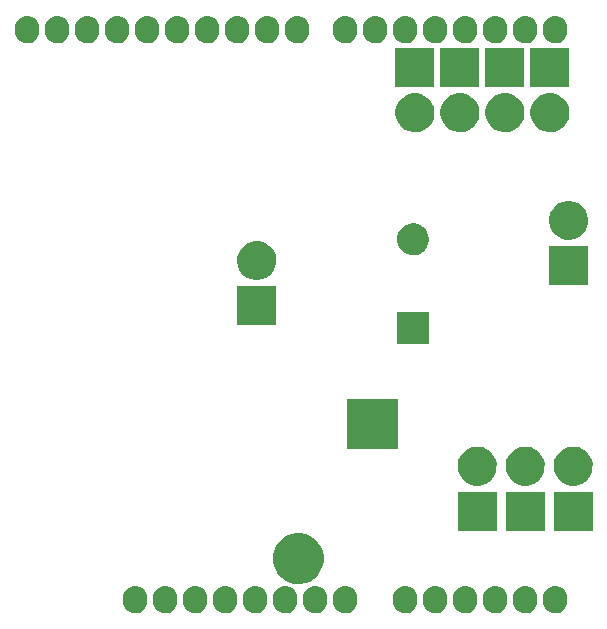
<source format=gbs>
G04 #@! TF.GenerationSoftware,KiCad,Pcbnew,(2017-11-06 revision 9df4ae65e)-makepkg*
G04 #@! TF.CreationDate,2017-12-06T02:01:24-08:00*
G04 #@! TF.ProjectId,MHz_LED_Modulator,4D487A5F4C45445F4D6F64756C61746F,rev?*
G04 #@! TF.SameCoordinates,Original*
G04 #@! TF.FileFunction,Soldermask,Bot*
G04 #@! TF.FilePolarity,Negative*
%FSLAX46Y46*%
G04 Gerber Fmt 4.6, Leading zero omitted, Abs format (unit mm)*
G04 Created by KiCad (PCBNEW (2017-11-06 revision 9df4ae65e)-makepkg) date 12/06/17 02:01:24*
%MOMM*%
%LPD*%
G01*
G04 APERTURE LIST*
%ADD10C,0.100000*%
G04 APERTURE END LIST*
D10*
G36*
X139141763Y-122674053D02*
X139141776Y-122674057D01*
X139141813Y-122674061D01*
X139330786Y-122732558D01*
X139504798Y-122826646D01*
X139657221Y-122952741D01*
X139782249Y-123106040D01*
X139875120Y-123280705D01*
X139932296Y-123470082D01*
X139951600Y-123666958D01*
X139951600Y-123983042D01*
X139951501Y-123997194D01*
X139929450Y-124193781D01*
X139869636Y-124382342D01*
X139774335Y-124555693D01*
X139647179Y-124707232D01*
X139493010Y-124831186D01*
X139317701Y-124922836D01*
X139127930Y-124978688D01*
X139127896Y-124978691D01*
X139127883Y-124978695D01*
X138930926Y-124996620D01*
X138734237Y-124975947D01*
X138734224Y-124975943D01*
X138734187Y-124975939D01*
X138545214Y-124917442D01*
X138371202Y-124823354D01*
X138218779Y-124697259D01*
X138093751Y-124543960D01*
X138000880Y-124369295D01*
X137943704Y-124179918D01*
X137924400Y-123983042D01*
X137924400Y-123666958D01*
X137924499Y-123652806D01*
X137946550Y-123456219D01*
X138006364Y-123267658D01*
X138101665Y-123094307D01*
X138228821Y-122942768D01*
X138382990Y-122818814D01*
X138558299Y-122727164D01*
X138748070Y-122671312D01*
X138748104Y-122671309D01*
X138748117Y-122671305D01*
X138945074Y-122653380D01*
X139141763Y-122674053D01*
X139141763Y-122674053D01*
G37*
G36*
X141681763Y-122674053D02*
X141681776Y-122674057D01*
X141681813Y-122674061D01*
X141870786Y-122732558D01*
X142044798Y-122826646D01*
X142197221Y-122952741D01*
X142322249Y-123106040D01*
X142415120Y-123280705D01*
X142472296Y-123470082D01*
X142491600Y-123666958D01*
X142491600Y-123983042D01*
X142491501Y-123997194D01*
X142469450Y-124193781D01*
X142409636Y-124382342D01*
X142314335Y-124555693D01*
X142187179Y-124707232D01*
X142033010Y-124831186D01*
X141857701Y-124922836D01*
X141667930Y-124978688D01*
X141667896Y-124978691D01*
X141667883Y-124978695D01*
X141470926Y-124996620D01*
X141274237Y-124975947D01*
X141274224Y-124975943D01*
X141274187Y-124975939D01*
X141085214Y-124917442D01*
X140911202Y-124823354D01*
X140758779Y-124697259D01*
X140633751Y-124543960D01*
X140540880Y-124369295D01*
X140483704Y-124179918D01*
X140464400Y-123983042D01*
X140464400Y-123666958D01*
X140464499Y-123652806D01*
X140486550Y-123456219D01*
X140546364Y-123267658D01*
X140641665Y-123094307D01*
X140768821Y-122942768D01*
X140922990Y-122818814D01*
X141098299Y-122727164D01*
X141288070Y-122671312D01*
X141288104Y-122671309D01*
X141288117Y-122671305D01*
X141485074Y-122653380D01*
X141681763Y-122674053D01*
X141681763Y-122674053D01*
G37*
G36*
X156921763Y-122674053D02*
X156921776Y-122674057D01*
X156921813Y-122674061D01*
X157110786Y-122732558D01*
X157284798Y-122826646D01*
X157437221Y-122952741D01*
X157562249Y-123106040D01*
X157655120Y-123280705D01*
X157712296Y-123470082D01*
X157731600Y-123666958D01*
X157731600Y-123983042D01*
X157731501Y-123997194D01*
X157709450Y-124193781D01*
X157649636Y-124382342D01*
X157554335Y-124555693D01*
X157427179Y-124707232D01*
X157273010Y-124831186D01*
X157097701Y-124922836D01*
X156907930Y-124978688D01*
X156907896Y-124978691D01*
X156907883Y-124978695D01*
X156710926Y-124996620D01*
X156514237Y-124975947D01*
X156514224Y-124975943D01*
X156514187Y-124975939D01*
X156325214Y-124917442D01*
X156151202Y-124823354D01*
X155998779Y-124697259D01*
X155873751Y-124543960D01*
X155780880Y-124369295D01*
X155723704Y-124179918D01*
X155704400Y-123983042D01*
X155704400Y-123666958D01*
X155704499Y-123652806D01*
X155726550Y-123456219D01*
X155786364Y-123267658D01*
X155881665Y-123094307D01*
X156008821Y-122942768D01*
X156162990Y-122818814D01*
X156338299Y-122727164D01*
X156528070Y-122671312D01*
X156528104Y-122671309D01*
X156528117Y-122671305D01*
X156725074Y-122653380D01*
X156921763Y-122674053D01*
X156921763Y-122674053D01*
G37*
G36*
X144221763Y-122674053D02*
X144221776Y-122674057D01*
X144221813Y-122674061D01*
X144410786Y-122732558D01*
X144584798Y-122826646D01*
X144737221Y-122952741D01*
X144862249Y-123106040D01*
X144955120Y-123280705D01*
X145012296Y-123470082D01*
X145031600Y-123666958D01*
X145031600Y-123983042D01*
X145031501Y-123997194D01*
X145009450Y-124193781D01*
X144949636Y-124382342D01*
X144854335Y-124555693D01*
X144727179Y-124707232D01*
X144573010Y-124831186D01*
X144397701Y-124922836D01*
X144207930Y-124978688D01*
X144207896Y-124978691D01*
X144207883Y-124978695D01*
X144010926Y-124996620D01*
X143814237Y-124975947D01*
X143814224Y-124975943D01*
X143814187Y-124975939D01*
X143625214Y-124917442D01*
X143451202Y-124823354D01*
X143298779Y-124697259D01*
X143173751Y-124543960D01*
X143080880Y-124369295D01*
X143023704Y-124179918D01*
X143004400Y-123983042D01*
X143004400Y-123666958D01*
X143004499Y-123652806D01*
X143026550Y-123456219D01*
X143086364Y-123267658D01*
X143181665Y-123094307D01*
X143308821Y-122942768D01*
X143462990Y-122818814D01*
X143638299Y-122727164D01*
X143828070Y-122671312D01*
X143828104Y-122671309D01*
X143828117Y-122671305D01*
X144025074Y-122653380D01*
X144221763Y-122674053D01*
X144221763Y-122674053D01*
G37*
G36*
X146761763Y-122674053D02*
X146761776Y-122674057D01*
X146761813Y-122674061D01*
X146950786Y-122732558D01*
X147124798Y-122826646D01*
X147277221Y-122952741D01*
X147402249Y-123106040D01*
X147495120Y-123280705D01*
X147552296Y-123470082D01*
X147571600Y-123666958D01*
X147571600Y-123983042D01*
X147571501Y-123997194D01*
X147549450Y-124193781D01*
X147489636Y-124382342D01*
X147394335Y-124555693D01*
X147267179Y-124707232D01*
X147113010Y-124831186D01*
X146937701Y-124922836D01*
X146747930Y-124978688D01*
X146747896Y-124978691D01*
X146747883Y-124978695D01*
X146550926Y-124996620D01*
X146354237Y-124975947D01*
X146354224Y-124975943D01*
X146354187Y-124975939D01*
X146165214Y-124917442D01*
X145991202Y-124823354D01*
X145838779Y-124697259D01*
X145713751Y-124543960D01*
X145620880Y-124369295D01*
X145563704Y-124179918D01*
X145544400Y-123983042D01*
X145544400Y-123666958D01*
X145544499Y-123652806D01*
X145566550Y-123456219D01*
X145626364Y-123267658D01*
X145721665Y-123094307D01*
X145848821Y-122942768D01*
X146002990Y-122818814D01*
X146178299Y-122727164D01*
X146368070Y-122671312D01*
X146368104Y-122671309D01*
X146368117Y-122671305D01*
X146565074Y-122653380D01*
X146761763Y-122674053D01*
X146761763Y-122674053D01*
G37*
G36*
X149301763Y-122674053D02*
X149301776Y-122674057D01*
X149301813Y-122674061D01*
X149490786Y-122732558D01*
X149664798Y-122826646D01*
X149817221Y-122952741D01*
X149942249Y-123106040D01*
X150035120Y-123280705D01*
X150092296Y-123470082D01*
X150111600Y-123666958D01*
X150111600Y-123983042D01*
X150111501Y-123997194D01*
X150089450Y-124193781D01*
X150029636Y-124382342D01*
X149934335Y-124555693D01*
X149807179Y-124707232D01*
X149653010Y-124831186D01*
X149477701Y-124922836D01*
X149287930Y-124978688D01*
X149287896Y-124978691D01*
X149287883Y-124978695D01*
X149090926Y-124996620D01*
X148894237Y-124975947D01*
X148894224Y-124975943D01*
X148894187Y-124975939D01*
X148705214Y-124917442D01*
X148531202Y-124823354D01*
X148378779Y-124697259D01*
X148253751Y-124543960D01*
X148160880Y-124369295D01*
X148103704Y-124179918D01*
X148084400Y-123983042D01*
X148084400Y-123666958D01*
X148084499Y-123652806D01*
X148106550Y-123456219D01*
X148166364Y-123267658D01*
X148261665Y-123094307D01*
X148388821Y-122942768D01*
X148542990Y-122818814D01*
X148718299Y-122727164D01*
X148908070Y-122671312D01*
X148908104Y-122671309D01*
X148908117Y-122671305D01*
X149105074Y-122653380D01*
X149301763Y-122674053D01*
X149301763Y-122674053D01*
G37*
G36*
X151841763Y-122674053D02*
X151841776Y-122674057D01*
X151841813Y-122674061D01*
X152030786Y-122732558D01*
X152204798Y-122826646D01*
X152357221Y-122952741D01*
X152482249Y-123106040D01*
X152575120Y-123280705D01*
X152632296Y-123470082D01*
X152651600Y-123666958D01*
X152651600Y-123983042D01*
X152651501Y-123997194D01*
X152629450Y-124193781D01*
X152569636Y-124382342D01*
X152474335Y-124555693D01*
X152347179Y-124707232D01*
X152193010Y-124831186D01*
X152017701Y-124922836D01*
X151827930Y-124978688D01*
X151827896Y-124978691D01*
X151827883Y-124978695D01*
X151630926Y-124996620D01*
X151434237Y-124975947D01*
X151434224Y-124975943D01*
X151434187Y-124975939D01*
X151245214Y-124917442D01*
X151071202Y-124823354D01*
X150918779Y-124697259D01*
X150793751Y-124543960D01*
X150700880Y-124369295D01*
X150643704Y-124179918D01*
X150624400Y-123983042D01*
X150624400Y-123666958D01*
X150624499Y-123652806D01*
X150646550Y-123456219D01*
X150706364Y-123267658D01*
X150801665Y-123094307D01*
X150928821Y-122942768D01*
X151082990Y-122818814D01*
X151258299Y-122727164D01*
X151448070Y-122671312D01*
X151448104Y-122671309D01*
X151448117Y-122671305D01*
X151645074Y-122653380D01*
X151841763Y-122674053D01*
X151841763Y-122674053D01*
G37*
G36*
X154381763Y-122674053D02*
X154381776Y-122674057D01*
X154381813Y-122674061D01*
X154570786Y-122732558D01*
X154744798Y-122826646D01*
X154897221Y-122952741D01*
X155022249Y-123106040D01*
X155115120Y-123280705D01*
X155172296Y-123470082D01*
X155191600Y-123666958D01*
X155191600Y-123983042D01*
X155191501Y-123997194D01*
X155169450Y-124193781D01*
X155109636Y-124382342D01*
X155014335Y-124555693D01*
X154887179Y-124707232D01*
X154733010Y-124831186D01*
X154557701Y-124922836D01*
X154367930Y-124978688D01*
X154367896Y-124978691D01*
X154367883Y-124978695D01*
X154170926Y-124996620D01*
X153974237Y-124975947D01*
X153974224Y-124975943D01*
X153974187Y-124975939D01*
X153785214Y-124917442D01*
X153611202Y-124823354D01*
X153458779Y-124697259D01*
X153333751Y-124543960D01*
X153240880Y-124369295D01*
X153183704Y-124179918D01*
X153164400Y-123983042D01*
X153164400Y-123666958D01*
X153164499Y-123652806D01*
X153186550Y-123456219D01*
X153246364Y-123267658D01*
X153341665Y-123094307D01*
X153468821Y-122942768D01*
X153622990Y-122818814D01*
X153798299Y-122727164D01*
X153988070Y-122671312D01*
X153988104Y-122671309D01*
X153988117Y-122671305D01*
X154185074Y-122653380D01*
X154381763Y-122674053D01*
X154381763Y-122674053D01*
G37*
G36*
X164541763Y-122674053D02*
X164541776Y-122674057D01*
X164541813Y-122674061D01*
X164730786Y-122732558D01*
X164904798Y-122826646D01*
X165057221Y-122952741D01*
X165182249Y-123106040D01*
X165275120Y-123280705D01*
X165332296Y-123470082D01*
X165351600Y-123666958D01*
X165351600Y-123983042D01*
X165351501Y-123997194D01*
X165329450Y-124193781D01*
X165269636Y-124382342D01*
X165174335Y-124555693D01*
X165047179Y-124707232D01*
X164893010Y-124831186D01*
X164717701Y-124922836D01*
X164527930Y-124978688D01*
X164527896Y-124978691D01*
X164527883Y-124978695D01*
X164330926Y-124996620D01*
X164134237Y-124975947D01*
X164134224Y-124975943D01*
X164134187Y-124975939D01*
X163945214Y-124917442D01*
X163771202Y-124823354D01*
X163618779Y-124697259D01*
X163493751Y-124543960D01*
X163400880Y-124369295D01*
X163343704Y-124179918D01*
X163324400Y-123983042D01*
X163324400Y-123666958D01*
X163324499Y-123652806D01*
X163346550Y-123456219D01*
X163406364Y-123267658D01*
X163501665Y-123094307D01*
X163628821Y-122942768D01*
X163782990Y-122818814D01*
X163958299Y-122727164D01*
X164148070Y-122671312D01*
X164148104Y-122671309D01*
X164148117Y-122671305D01*
X164345074Y-122653380D01*
X164541763Y-122674053D01*
X164541763Y-122674053D01*
G37*
G36*
X167081763Y-122674053D02*
X167081776Y-122674057D01*
X167081813Y-122674061D01*
X167270786Y-122732558D01*
X167444798Y-122826646D01*
X167597221Y-122952741D01*
X167722249Y-123106040D01*
X167815120Y-123280705D01*
X167872296Y-123470082D01*
X167891600Y-123666958D01*
X167891600Y-123983042D01*
X167891501Y-123997194D01*
X167869450Y-124193781D01*
X167809636Y-124382342D01*
X167714335Y-124555693D01*
X167587179Y-124707232D01*
X167433010Y-124831186D01*
X167257701Y-124922836D01*
X167067930Y-124978688D01*
X167067896Y-124978691D01*
X167067883Y-124978695D01*
X166870926Y-124996620D01*
X166674237Y-124975947D01*
X166674224Y-124975943D01*
X166674187Y-124975939D01*
X166485214Y-124917442D01*
X166311202Y-124823354D01*
X166158779Y-124697259D01*
X166033751Y-124543960D01*
X165940880Y-124369295D01*
X165883704Y-124179918D01*
X165864400Y-123983042D01*
X165864400Y-123666958D01*
X165864499Y-123652806D01*
X165886550Y-123456219D01*
X165946364Y-123267658D01*
X166041665Y-123094307D01*
X166168821Y-122942768D01*
X166322990Y-122818814D01*
X166498299Y-122727164D01*
X166688070Y-122671312D01*
X166688104Y-122671309D01*
X166688117Y-122671305D01*
X166885074Y-122653380D01*
X167081763Y-122674053D01*
X167081763Y-122674053D01*
G37*
G36*
X169621763Y-122674053D02*
X169621776Y-122674057D01*
X169621813Y-122674061D01*
X169810786Y-122732558D01*
X169984798Y-122826646D01*
X170137221Y-122952741D01*
X170262249Y-123106040D01*
X170355120Y-123280705D01*
X170412296Y-123470082D01*
X170431600Y-123666958D01*
X170431600Y-123983042D01*
X170431501Y-123997194D01*
X170409450Y-124193781D01*
X170349636Y-124382342D01*
X170254335Y-124555693D01*
X170127179Y-124707232D01*
X169973010Y-124831186D01*
X169797701Y-124922836D01*
X169607930Y-124978688D01*
X169607896Y-124978691D01*
X169607883Y-124978695D01*
X169410926Y-124996620D01*
X169214237Y-124975947D01*
X169214224Y-124975943D01*
X169214187Y-124975939D01*
X169025214Y-124917442D01*
X168851202Y-124823354D01*
X168698779Y-124697259D01*
X168573751Y-124543960D01*
X168480880Y-124369295D01*
X168423704Y-124179918D01*
X168404400Y-123983042D01*
X168404400Y-123666958D01*
X168404499Y-123652806D01*
X168426550Y-123456219D01*
X168486364Y-123267658D01*
X168581665Y-123094307D01*
X168708821Y-122942768D01*
X168862990Y-122818814D01*
X169038299Y-122727164D01*
X169228070Y-122671312D01*
X169228104Y-122671309D01*
X169228117Y-122671305D01*
X169425074Y-122653380D01*
X169621763Y-122674053D01*
X169621763Y-122674053D01*
G37*
G36*
X172161763Y-122674053D02*
X172161776Y-122674057D01*
X172161813Y-122674061D01*
X172350786Y-122732558D01*
X172524798Y-122826646D01*
X172677221Y-122952741D01*
X172802249Y-123106040D01*
X172895120Y-123280705D01*
X172952296Y-123470082D01*
X172971600Y-123666958D01*
X172971600Y-123983042D01*
X172971501Y-123997194D01*
X172949450Y-124193781D01*
X172889636Y-124382342D01*
X172794335Y-124555693D01*
X172667179Y-124707232D01*
X172513010Y-124831186D01*
X172337701Y-124922836D01*
X172147930Y-124978688D01*
X172147896Y-124978691D01*
X172147883Y-124978695D01*
X171950926Y-124996620D01*
X171754237Y-124975947D01*
X171754224Y-124975943D01*
X171754187Y-124975939D01*
X171565214Y-124917442D01*
X171391202Y-124823354D01*
X171238779Y-124697259D01*
X171113751Y-124543960D01*
X171020880Y-124369295D01*
X170963704Y-124179918D01*
X170944400Y-123983042D01*
X170944400Y-123666958D01*
X170944499Y-123652806D01*
X170966550Y-123456219D01*
X171026364Y-123267658D01*
X171121665Y-123094307D01*
X171248821Y-122942768D01*
X171402990Y-122818814D01*
X171578299Y-122727164D01*
X171768070Y-122671312D01*
X171768104Y-122671309D01*
X171768117Y-122671305D01*
X171965074Y-122653380D01*
X172161763Y-122674053D01*
X172161763Y-122674053D01*
G37*
G36*
X174701763Y-122674053D02*
X174701776Y-122674057D01*
X174701813Y-122674061D01*
X174890786Y-122732558D01*
X175064798Y-122826646D01*
X175217221Y-122952741D01*
X175342249Y-123106040D01*
X175435120Y-123280705D01*
X175492296Y-123470082D01*
X175511600Y-123666958D01*
X175511600Y-123983042D01*
X175511501Y-123997194D01*
X175489450Y-124193781D01*
X175429636Y-124382342D01*
X175334335Y-124555693D01*
X175207179Y-124707232D01*
X175053010Y-124831186D01*
X174877701Y-124922836D01*
X174687930Y-124978688D01*
X174687896Y-124978691D01*
X174687883Y-124978695D01*
X174490926Y-124996620D01*
X174294237Y-124975947D01*
X174294224Y-124975943D01*
X174294187Y-124975939D01*
X174105214Y-124917442D01*
X173931202Y-124823354D01*
X173778779Y-124697259D01*
X173653751Y-124543960D01*
X173560880Y-124369295D01*
X173503704Y-124179918D01*
X173484400Y-123983042D01*
X173484400Y-123666958D01*
X173484499Y-123652806D01*
X173506550Y-123456219D01*
X173566364Y-123267658D01*
X173661665Y-123094307D01*
X173788821Y-122942768D01*
X173942990Y-122818814D01*
X174118299Y-122727164D01*
X174308070Y-122671312D01*
X174308104Y-122671309D01*
X174308117Y-122671305D01*
X174505074Y-122653380D01*
X174701763Y-122674053D01*
X174701763Y-122674053D01*
G37*
G36*
X162001763Y-122674053D02*
X162001776Y-122674057D01*
X162001813Y-122674061D01*
X162190786Y-122732558D01*
X162364798Y-122826646D01*
X162517221Y-122952741D01*
X162642249Y-123106040D01*
X162735120Y-123280705D01*
X162792296Y-123470082D01*
X162811600Y-123666958D01*
X162811600Y-123983042D01*
X162811501Y-123997194D01*
X162789450Y-124193781D01*
X162729636Y-124382342D01*
X162634335Y-124555693D01*
X162507179Y-124707232D01*
X162353010Y-124831186D01*
X162177701Y-124922836D01*
X161987930Y-124978688D01*
X161987896Y-124978691D01*
X161987883Y-124978695D01*
X161790926Y-124996620D01*
X161594237Y-124975947D01*
X161594224Y-124975943D01*
X161594187Y-124975939D01*
X161405214Y-124917442D01*
X161231202Y-124823354D01*
X161078779Y-124697259D01*
X160953751Y-124543960D01*
X160860880Y-124369295D01*
X160803704Y-124179918D01*
X160784400Y-123983042D01*
X160784400Y-123666958D01*
X160784499Y-123652806D01*
X160806550Y-123456219D01*
X160866364Y-123267658D01*
X160961665Y-123094307D01*
X161088821Y-122942768D01*
X161242990Y-122818814D01*
X161418299Y-122727164D01*
X161608070Y-122671312D01*
X161608104Y-122671309D01*
X161608117Y-122671305D01*
X161805074Y-122653380D01*
X162001763Y-122674053D01*
X162001763Y-122674053D01*
G37*
G36*
X152981450Y-118221781D02*
X153394525Y-118306573D01*
X153783259Y-118469981D01*
X154132853Y-118705785D01*
X154429990Y-119005004D01*
X154663347Y-119356234D01*
X154824038Y-119746100D01*
X154905876Y-120159413D01*
X154905876Y-120159423D01*
X154905942Y-120159757D01*
X154899217Y-120641402D01*
X154899140Y-120641740D01*
X154899140Y-120641748D01*
X154805796Y-121052607D01*
X154634280Y-121437838D01*
X154391207Y-121782416D01*
X154085829Y-122073223D01*
X153729792Y-122299170D01*
X153336643Y-122451664D01*
X152921366Y-122524888D01*
X152499772Y-122516057D01*
X152087917Y-122425505D01*
X151701503Y-122256685D01*
X151355236Y-122016023D01*
X151062306Y-121712685D01*
X150833878Y-121358234D01*
X150678644Y-120966160D01*
X150602521Y-120551396D01*
X150608409Y-120129753D01*
X150696082Y-119717285D01*
X150862203Y-119329696D01*
X151100441Y-118981757D01*
X151401726Y-118686717D01*
X151754577Y-118455818D01*
X152145557Y-118297852D01*
X152559771Y-118218836D01*
X152981450Y-118221781D01*
X152981450Y-118221781D01*
G37*
G36*
X177671870Y-117981870D02*
X174372130Y-117981870D01*
X174372130Y-114682130D01*
X177671870Y-114682130D01*
X177671870Y-117981870D01*
X177671870Y-117981870D01*
G37*
G36*
X169543870Y-117981870D02*
X166244130Y-117981870D01*
X166244130Y-114682130D01*
X169543870Y-114682130D01*
X169543870Y-117981870D01*
X169543870Y-117981870D01*
G37*
G36*
X173607870Y-117981870D02*
X170308130Y-117981870D01*
X170308130Y-114682130D01*
X173607870Y-114682130D01*
X173607870Y-117981870D01*
X173607870Y-117981870D01*
G37*
G36*
X176195293Y-110873227D02*
X176512242Y-110938288D01*
X176810514Y-111063670D01*
X177078756Y-111244600D01*
X177306747Y-111474189D01*
X177485800Y-111743685D01*
X177609097Y-112042825D01*
X177671875Y-112359878D01*
X177671875Y-112359888D01*
X177671941Y-112360222D01*
X177666780Y-112729784D01*
X177666704Y-112730118D01*
X177666704Y-112730130D01*
X177595100Y-113045299D01*
X177463497Y-113340884D01*
X177276989Y-113605275D01*
X177042674Y-113828410D01*
X176769491Y-114001777D01*
X176467830Y-114118785D01*
X176149191Y-114174969D01*
X175825706Y-114168193D01*
X175509691Y-114098713D01*
X175213199Y-113969179D01*
X174947512Y-113784521D01*
X174722748Y-113551771D01*
X174547477Y-113279805D01*
X174428368Y-112978969D01*
X174369959Y-112660723D01*
X174374477Y-112337199D01*
X174441747Y-112020717D01*
X174569211Y-111723322D01*
X174752009Y-111456352D01*
X174983183Y-111229969D01*
X175253922Y-111052802D01*
X175553919Y-110931596D01*
X175871741Y-110870968D01*
X176195293Y-110873227D01*
X176195293Y-110873227D01*
G37*
G36*
X168067293Y-110873227D02*
X168384242Y-110938288D01*
X168682514Y-111063670D01*
X168950756Y-111244600D01*
X169178747Y-111474189D01*
X169357800Y-111743685D01*
X169481097Y-112042825D01*
X169543875Y-112359878D01*
X169543875Y-112359888D01*
X169543941Y-112360222D01*
X169538780Y-112729784D01*
X169538704Y-112730118D01*
X169538704Y-112730130D01*
X169467100Y-113045299D01*
X169335497Y-113340884D01*
X169148989Y-113605275D01*
X168914674Y-113828410D01*
X168641491Y-114001777D01*
X168339830Y-114118785D01*
X168021191Y-114174969D01*
X167697706Y-114168193D01*
X167381691Y-114098713D01*
X167085199Y-113969179D01*
X166819512Y-113784521D01*
X166594748Y-113551771D01*
X166419477Y-113279805D01*
X166300368Y-112978969D01*
X166241959Y-112660723D01*
X166246477Y-112337199D01*
X166313747Y-112020717D01*
X166441211Y-111723322D01*
X166624009Y-111456352D01*
X166855183Y-111229969D01*
X167125922Y-111052802D01*
X167425919Y-110931596D01*
X167743741Y-110870968D01*
X168067293Y-110873227D01*
X168067293Y-110873227D01*
G37*
G36*
X172131293Y-110873227D02*
X172448242Y-110938288D01*
X172746514Y-111063670D01*
X173014756Y-111244600D01*
X173242747Y-111474189D01*
X173421800Y-111743685D01*
X173545097Y-112042825D01*
X173607875Y-112359878D01*
X173607875Y-112359888D01*
X173607941Y-112360222D01*
X173602780Y-112729784D01*
X173602704Y-112730118D01*
X173602704Y-112730130D01*
X173531100Y-113045299D01*
X173399497Y-113340884D01*
X173212989Y-113605275D01*
X172978674Y-113828410D01*
X172705491Y-114001777D01*
X172403830Y-114118785D01*
X172085191Y-114174969D01*
X171761706Y-114168193D01*
X171445691Y-114098713D01*
X171149199Y-113969179D01*
X170883512Y-113784521D01*
X170658748Y-113551771D01*
X170483477Y-113279805D01*
X170364368Y-112978969D01*
X170305959Y-112660723D01*
X170310477Y-112337199D01*
X170377747Y-112020717D01*
X170505211Y-111723322D01*
X170688009Y-111456352D01*
X170919183Y-111229969D01*
X171189922Y-111052802D01*
X171489919Y-110931596D01*
X171807741Y-110870968D01*
X172131293Y-110873227D01*
X172131293Y-110873227D01*
G37*
G36*
X161179650Y-111116250D02*
X156879150Y-111116250D01*
X156879150Y-106815750D01*
X161179650Y-106815750D01*
X161179650Y-111116250D01*
X161179650Y-111116250D01*
G37*
G36*
X163833800Y-102162600D02*
X161133800Y-102162600D01*
X161133800Y-99462600D01*
X163833800Y-99462600D01*
X163833800Y-102162600D01*
X163833800Y-102162600D01*
G37*
G36*
X150900270Y-100582870D02*
X147600530Y-100582870D01*
X147600530Y-97283130D01*
X150900270Y-97283130D01*
X150900270Y-100582870D01*
X150900270Y-100582870D01*
G37*
G36*
X177290870Y-97179270D02*
X173991130Y-97179270D01*
X173991130Y-93879530D01*
X177290870Y-93879530D01*
X177290870Y-97179270D01*
X177290870Y-97179270D01*
G37*
G36*
X149423693Y-93474227D02*
X149740642Y-93539288D01*
X150038914Y-93664670D01*
X150307156Y-93845600D01*
X150535147Y-94075189D01*
X150714200Y-94344685D01*
X150837497Y-94643825D01*
X150900275Y-94960878D01*
X150900275Y-94960888D01*
X150900341Y-94961222D01*
X150895180Y-95330784D01*
X150895104Y-95331118D01*
X150895104Y-95331130D01*
X150823500Y-95646299D01*
X150691897Y-95941884D01*
X150505389Y-96206275D01*
X150271074Y-96429410D01*
X149997891Y-96602777D01*
X149696230Y-96719785D01*
X149377591Y-96775969D01*
X149054106Y-96769193D01*
X148738091Y-96699713D01*
X148441599Y-96570179D01*
X148175912Y-96385521D01*
X147951148Y-96152771D01*
X147775877Y-95880805D01*
X147656768Y-95579969D01*
X147598359Y-95261723D01*
X147602877Y-94938199D01*
X147670147Y-94621717D01*
X147797611Y-94324322D01*
X147980409Y-94057352D01*
X148211583Y-93830969D01*
X148482322Y-93653802D01*
X148782319Y-93532596D01*
X149100141Y-93471968D01*
X149423693Y-93474227D01*
X149423693Y-93474227D01*
G37*
G36*
X162625596Y-91963497D02*
X162884939Y-92016733D01*
X163128999Y-92119326D01*
X163348486Y-92267372D01*
X163535040Y-92455233D01*
X163681551Y-92675749D01*
X163782435Y-92920515D01*
X163833792Y-93179882D01*
X163833792Y-93179892D01*
X163833858Y-93180226D01*
X163829635Y-93482619D01*
X163829559Y-93482953D01*
X163829559Y-93482965D01*
X163770984Y-93740787D01*
X163663300Y-93982649D01*
X163510691Y-94198986D01*
X163318963Y-94381566D01*
X163095432Y-94523423D01*
X162848598Y-94619164D01*
X162587874Y-94665136D01*
X162323183Y-94659592D01*
X162064606Y-94602740D01*
X161822001Y-94496748D01*
X161604604Y-94345653D01*
X161420691Y-94155207D01*
X161277277Y-93932671D01*
X161179816Y-93686513D01*
X161132023Y-93426109D01*
X161135720Y-93161387D01*
X161190763Y-92902427D01*
X161295061Y-92659084D01*
X161444635Y-92440637D01*
X161633792Y-92255400D01*
X161855323Y-92110434D01*
X162100794Y-92011257D01*
X162360850Y-91961649D01*
X162625596Y-91963497D01*
X162625596Y-91963497D01*
G37*
G36*
X175814293Y-90070627D02*
X176131242Y-90135688D01*
X176429514Y-90261070D01*
X176697756Y-90442000D01*
X176925747Y-90671589D01*
X177104800Y-90941085D01*
X177228097Y-91240225D01*
X177290875Y-91557278D01*
X177290875Y-91557288D01*
X177290941Y-91557622D01*
X177285780Y-91927184D01*
X177285704Y-91927518D01*
X177285704Y-91927530D01*
X177214100Y-92242699D01*
X177082497Y-92538284D01*
X176895989Y-92802675D01*
X176661674Y-93025810D01*
X176388491Y-93199177D01*
X176086830Y-93316185D01*
X175768191Y-93372369D01*
X175444706Y-93365593D01*
X175128691Y-93296113D01*
X174832199Y-93166579D01*
X174566512Y-92981921D01*
X174341748Y-92749171D01*
X174166477Y-92477205D01*
X174047368Y-92176369D01*
X173988959Y-91858123D01*
X173993477Y-91534599D01*
X174060747Y-91218117D01*
X174188211Y-90920722D01*
X174371009Y-90653752D01*
X174602183Y-90427369D01*
X174872922Y-90250202D01*
X175172919Y-90128996D01*
X175490741Y-90068368D01*
X175814293Y-90070627D01*
X175814293Y-90070627D01*
G37*
G36*
X162809493Y-80964727D02*
X163126442Y-81029788D01*
X163424714Y-81155170D01*
X163692956Y-81336100D01*
X163920947Y-81565689D01*
X164100000Y-81835185D01*
X164223297Y-82134325D01*
X164286075Y-82451378D01*
X164286075Y-82451388D01*
X164286141Y-82451722D01*
X164280980Y-82821284D01*
X164280904Y-82821618D01*
X164280904Y-82821630D01*
X164209300Y-83136799D01*
X164077697Y-83432384D01*
X163891189Y-83696775D01*
X163656874Y-83919910D01*
X163383691Y-84093277D01*
X163082030Y-84210285D01*
X162763391Y-84266469D01*
X162439906Y-84259693D01*
X162123891Y-84190213D01*
X161827399Y-84060679D01*
X161561712Y-83876021D01*
X161336948Y-83643271D01*
X161161677Y-83371305D01*
X161042568Y-83070469D01*
X160984159Y-82752223D01*
X160988677Y-82428699D01*
X161055947Y-82112217D01*
X161183411Y-81814822D01*
X161366209Y-81547852D01*
X161597383Y-81321469D01*
X161868122Y-81144302D01*
X162168119Y-81023096D01*
X162485941Y-80962468D01*
X162809493Y-80964727D01*
X162809493Y-80964727D01*
G37*
G36*
X166619493Y-80952027D02*
X166936442Y-81017088D01*
X167234714Y-81142470D01*
X167502956Y-81323400D01*
X167730947Y-81552989D01*
X167910000Y-81822485D01*
X168033297Y-82121625D01*
X168096075Y-82438678D01*
X168096075Y-82438688D01*
X168096141Y-82439022D01*
X168090980Y-82808584D01*
X168090904Y-82808918D01*
X168090904Y-82808930D01*
X168019300Y-83124099D01*
X167887697Y-83419684D01*
X167701189Y-83684075D01*
X167466874Y-83907210D01*
X167193691Y-84080577D01*
X166892030Y-84197585D01*
X166573391Y-84253769D01*
X166249906Y-84246993D01*
X165933891Y-84177513D01*
X165637399Y-84047979D01*
X165371712Y-83863321D01*
X165146948Y-83630571D01*
X164971677Y-83358605D01*
X164852568Y-83057769D01*
X164794159Y-82739523D01*
X164798677Y-82415999D01*
X164865947Y-82099517D01*
X164993411Y-81802122D01*
X165176209Y-81535152D01*
X165407383Y-81308769D01*
X165678122Y-81131602D01*
X165978119Y-81010396D01*
X166295941Y-80949768D01*
X166619493Y-80952027D01*
X166619493Y-80952027D01*
G37*
G36*
X174239493Y-80952027D02*
X174556442Y-81017088D01*
X174854714Y-81142470D01*
X175122956Y-81323400D01*
X175350947Y-81552989D01*
X175530000Y-81822485D01*
X175653297Y-82121625D01*
X175716075Y-82438678D01*
X175716075Y-82438688D01*
X175716141Y-82439022D01*
X175710980Y-82808584D01*
X175710904Y-82808918D01*
X175710904Y-82808930D01*
X175639300Y-83124099D01*
X175507697Y-83419684D01*
X175321189Y-83684075D01*
X175086874Y-83907210D01*
X174813691Y-84080577D01*
X174512030Y-84197585D01*
X174193391Y-84253769D01*
X173869906Y-84246993D01*
X173553891Y-84177513D01*
X173257399Y-84047979D01*
X172991712Y-83863321D01*
X172766948Y-83630571D01*
X172591677Y-83358605D01*
X172472568Y-83057769D01*
X172414159Y-82739523D01*
X172418677Y-82415999D01*
X172485947Y-82099517D01*
X172613411Y-81802122D01*
X172796209Y-81535152D01*
X173027383Y-81308769D01*
X173298122Y-81131602D01*
X173598119Y-81010396D01*
X173915941Y-80949768D01*
X174239493Y-80952027D01*
X174239493Y-80952027D01*
G37*
G36*
X170429493Y-80952027D02*
X170746442Y-81017088D01*
X171044714Y-81142470D01*
X171312956Y-81323400D01*
X171540947Y-81552989D01*
X171720000Y-81822485D01*
X171843297Y-82121625D01*
X171906075Y-82438678D01*
X171906075Y-82438688D01*
X171906141Y-82439022D01*
X171900980Y-82808584D01*
X171900904Y-82808918D01*
X171900904Y-82808930D01*
X171829300Y-83124099D01*
X171697697Y-83419684D01*
X171511189Y-83684075D01*
X171276874Y-83907210D01*
X171003691Y-84080577D01*
X170702030Y-84197585D01*
X170383391Y-84253769D01*
X170059906Y-84246993D01*
X169743891Y-84177513D01*
X169447399Y-84047979D01*
X169181712Y-83863321D01*
X168956948Y-83630571D01*
X168781677Y-83358605D01*
X168662568Y-83057769D01*
X168604159Y-82739523D01*
X168608677Y-82415999D01*
X168675947Y-82099517D01*
X168803411Y-81802122D01*
X168986209Y-81535152D01*
X169217383Y-81308769D01*
X169488122Y-81131602D01*
X169788119Y-81010396D01*
X170105941Y-80949768D01*
X170429493Y-80952027D01*
X170429493Y-80952027D01*
G37*
G36*
X164286070Y-80453370D02*
X160986330Y-80453370D01*
X160986330Y-77153630D01*
X164286070Y-77153630D01*
X164286070Y-80453370D01*
X164286070Y-80453370D01*
G37*
G36*
X168096070Y-80440670D02*
X164796330Y-80440670D01*
X164796330Y-77140930D01*
X168096070Y-77140930D01*
X168096070Y-80440670D01*
X168096070Y-80440670D01*
G37*
G36*
X171906070Y-80440670D02*
X168606330Y-80440670D01*
X168606330Y-77140930D01*
X171906070Y-77140930D01*
X171906070Y-80440670D01*
X171906070Y-80440670D01*
G37*
G36*
X175716070Y-80440670D02*
X172416330Y-80440670D01*
X172416330Y-77140930D01*
X175716070Y-77140930D01*
X175716070Y-80440670D01*
X175716070Y-80440670D01*
G37*
G36*
X159461763Y-74414053D02*
X159461776Y-74414057D01*
X159461813Y-74414061D01*
X159650786Y-74472558D01*
X159824798Y-74566646D01*
X159977221Y-74692741D01*
X160102249Y-74846040D01*
X160195120Y-75020705D01*
X160252296Y-75210082D01*
X160271600Y-75406958D01*
X160271600Y-75723042D01*
X160271501Y-75737194D01*
X160249450Y-75933781D01*
X160189636Y-76122342D01*
X160094335Y-76295693D01*
X159967179Y-76447232D01*
X159813010Y-76571186D01*
X159637701Y-76662836D01*
X159447930Y-76718688D01*
X159447896Y-76718691D01*
X159447883Y-76718695D01*
X159250926Y-76736620D01*
X159054237Y-76715947D01*
X159054224Y-76715943D01*
X159054187Y-76715939D01*
X158865214Y-76657442D01*
X158691202Y-76563354D01*
X158538779Y-76437259D01*
X158413751Y-76283960D01*
X158320880Y-76109295D01*
X158263704Y-75919918D01*
X158244400Y-75723042D01*
X158244400Y-75406958D01*
X158244499Y-75392806D01*
X158266550Y-75196219D01*
X158326364Y-75007658D01*
X158421665Y-74834307D01*
X158548821Y-74682768D01*
X158702990Y-74558814D01*
X158878299Y-74467164D01*
X159068070Y-74411312D01*
X159068104Y-74411309D01*
X159068117Y-74411305D01*
X159265074Y-74393380D01*
X159461763Y-74414053D01*
X159461763Y-74414053D01*
G37*
G36*
X156921763Y-74414053D02*
X156921776Y-74414057D01*
X156921813Y-74414061D01*
X157110786Y-74472558D01*
X157284798Y-74566646D01*
X157437221Y-74692741D01*
X157562249Y-74846040D01*
X157655120Y-75020705D01*
X157712296Y-75210082D01*
X157731600Y-75406958D01*
X157731600Y-75723042D01*
X157731501Y-75737194D01*
X157709450Y-75933781D01*
X157649636Y-76122342D01*
X157554335Y-76295693D01*
X157427179Y-76447232D01*
X157273010Y-76571186D01*
X157097701Y-76662836D01*
X156907930Y-76718688D01*
X156907896Y-76718691D01*
X156907883Y-76718695D01*
X156710926Y-76736620D01*
X156514237Y-76715947D01*
X156514224Y-76715943D01*
X156514187Y-76715939D01*
X156325214Y-76657442D01*
X156151202Y-76563354D01*
X155998779Y-76437259D01*
X155873751Y-76283960D01*
X155780880Y-76109295D01*
X155723704Y-75919918D01*
X155704400Y-75723042D01*
X155704400Y-75406958D01*
X155704499Y-75392806D01*
X155726550Y-75196219D01*
X155786364Y-75007658D01*
X155881665Y-74834307D01*
X156008821Y-74682768D01*
X156162990Y-74558814D01*
X156338299Y-74467164D01*
X156528070Y-74411312D01*
X156528104Y-74411309D01*
X156528117Y-74411305D01*
X156725074Y-74393380D01*
X156921763Y-74414053D01*
X156921763Y-74414053D01*
G37*
G36*
X129997763Y-74414053D02*
X129997776Y-74414057D01*
X129997813Y-74414061D01*
X130186786Y-74472558D01*
X130360798Y-74566646D01*
X130513221Y-74692741D01*
X130638249Y-74846040D01*
X130731120Y-75020705D01*
X130788296Y-75210082D01*
X130807600Y-75406958D01*
X130807600Y-75723042D01*
X130807501Y-75737194D01*
X130785450Y-75933781D01*
X130725636Y-76122342D01*
X130630335Y-76295693D01*
X130503179Y-76447232D01*
X130349010Y-76571186D01*
X130173701Y-76662836D01*
X129983930Y-76718688D01*
X129983896Y-76718691D01*
X129983883Y-76718695D01*
X129786926Y-76736620D01*
X129590237Y-76715947D01*
X129590224Y-76715943D01*
X129590187Y-76715939D01*
X129401214Y-76657442D01*
X129227202Y-76563354D01*
X129074779Y-76437259D01*
X128949751Y-76283960D01*
X128856880Y-76109295D01*
X128799704Y-75919918D01*
X128780400Y-75723042D01*
X128780400Y-75406958D01*
X128780499Y-75392806D01*
X128802550Y-75196219D01*
X128862364Y-75007658D01*
X128957665Y-74834307D01*
X129084821Y-74682768D01*
X129238990Y-74558814D01*
X129414299Y-74467164D01*
X129604070Y-74411312D01*
X129604104Y-74411309D01*
X129604117Y-74411305D01*
X129801074Y-74393380D01*
X129997763Y-74414053D01*
X129997763Y-74414053D01*
G37*
G36*
X150317763Y-74414053D02*
X150317776Y-74414057D01*
X150317813Y-74414061D01*
X150506786Y-74472558D01*
X150680798Y-74566646D01*
X150833221Y-74692741D01*
X150958249Y-74846040D01*
X151051120Y-75020705D01*
X151108296Y-75210082D01*
X151127600Y-75406958D01*
X151127600Y-75723042D01*
X151127501Y-75737194D01*
X151105450Y-75933781D01*
X151045636Y-76122342D01*
X150950335Y-76295693D01*
X150823179Y-76447232D01*
X150669010Y-76571186D01*
X150493701Y-76662836D01*
X150303930Y-76718688D01*
X150303896Y-76718691D01*
X150303883Y-76718695D01*
X150106926Y-76736620D01*
X149910237Y-76715947D01*
X149910224Y-76715943D01*
X149910187Y-76715939D01*
X149721214Y-76657442D01*
X149547202Y-76563354D01*
X149394779Y-76437259D01*
X149269751Y-76283960D01*
X149176880Y-76109295D01*
X149119704Y-75919918D01*
X149100400Y-75723042D01*
X149100400Y-75406958D01*
X149100499Y-75392806D01*
X149122550Y-75196219D01*
X149182364Y-75007658D01*
X149277665Y-74834307D01*
X149404821Y-74682768D01*
X149558990Y-74558814D01*
X149734299Y-74467164D01*
X149924070Y-74411312D01*
X149924104Y-74411309D01*
X149924117Y-74411305D01*
X150121074Y-74393380D01*
X150317763Y-74414053D01*
X150317763Y-74414053D01*
G37*
G36*
X147777763Y-74414053D02*
X147777776Y-74414057D01*
X147777813Y-74414061D01*
X147966786Y-74472558D01*
X148140798Y-74566646D01*
X148293221Y-74692741D01*
X148418249Y-74846040D01*
X148511120Y-75020705D01*
X148568296Y-75210082D01*
X148587600Y-75406958D01*
X148587600Y-75723042D01*
X148587501Y-75737194D01*
X148565450Y-75933781D01*
X148505636Y-76122342D01*
X148410335Y-76295693D01*
X148283179Y-76447232D01*
X148129010Y-76571186D01*
X147953701Y-76662836D01*
X147763930Y-76718688D01*
X147763896Y-76718691D01*
X147763883Y-76718695D01*
X147566926Y-76736620D01*
X147370237Y-76715947D01*
X147370224Y-76715943D01*
X147370187Y-76715939D01*
X147181214Y-76657442D01*
X147007202Y-76563354D01*
X146854779Y-76437259D01*
X146729751Y-76283960D01*
X146636880Y-76109295D01*
X146579704Y-75919918D01*
X146560400Y-75723042D01*
X146560400Y-75406958D01*
X146560499Y-75392806D01*
X146582550Y-75196219D01*
X146642364Y-75007658D01*
X146737665Y-74834307D01*
X146864821Y-74682768D01*
X147018990Y-74558814D01*
X147194299Y-74467164D01*
X147384070Y-74411312D01*
X147384104Y-74411309D01*
X147384117Y-74411305D01*
X147581074Y-74393380D01*
X147777763Y-74414053D01*
X147777763Y-74414053D01*
G37*
G36*
X145237763Y-74414053D02*
X145237776Y-74414057D01*
X145237813Y-74414061D01*
X145426786Y-74472558D01*
X145600798Y-74566646D01*
X145753221Y-74692741D01*
X145878249Y-74846040D01*
X145971120Y-75020705D01*
X146028296Y-75210082D01*
X146047600Y-75406958D01*
X146047600Y-75723042D01*
X146047501Y-75737194D01*
X146025450Y-75933781D01*
X145965636Y-76122342D01*
X145870335Y-76295693D01*
X145743179Y-76447232D01*
X145589010Y-76571186D01*
X145413701Y-76662836D01*
X145223930Y-76718688D01*
X145223896Y-76718691D01*
X145223883Y-76718695D01*
X145026926Y-76736620D01*
X144830237Y-76715947D01*
X144830224Y-76715943D01*
X144830187Y-76715939D01*
X144641214Y-76657442D01*
X144467202Y-76563354D01*
X144314779Y-76437259D01*
X144189751Y-76283960D01*
X144096880Y-76109295D01*
X144039704Y-75919918D01*
X144020400Y-75723042D01*
X144020400Y-75406958D01*
X144020499Y-75392806D01*
X144042550Y-75196219D01*
X144102364Y-75007658D01*
X144197665Y-74834307D01*
X144324821Y-74682768D01*
X144478990Y-74558814D01*
X144654299Y-74467164D01*
X144844070Y-74411312D01*
X144844104Y-74411309D01*
X144844117Y-74411305D01*
X145041074Y-74393380D01*
X145237763Y-74414053D01*
X145237763Y-74414053D01*
G37*
G36*
X142697763Y-74414053D02*
X142697776Y-74414057D01*
X142697813Y-74414061D01*
X142886786Y-74472558D01*
X143060798Y-74566646D01*
X143213221Y-74692741D01*
X143338249Y-74846040D01*
X143431120Y-75020705D01*
X143488296Y-75210082D01*
X143507600Y-75406958D01*
X143507600Y-75723042D01*
X143507501Y-75737194D01*
X143485450Y-75933781D01*
X143425636Y-76122342D01*
X143330335Y-76295693D01*
X143203179Y-76447232D01*
X143049010Y-76571186D01*
X142873701Y-76662836D01*
X142683930Y-76718688D01*
X142683896Y-76718691D01*
X142683883Y-76718695D01*
X142486926Y-76736620D01*
X142290237Y-76715947D01*
X142290224Y-76715943D01*
X142290187Y-76715939D01*
X142101214Y-76657442D01*
X141927202Y-76563354D01*
X141774779Y-76437259D01*
X141649751Y-76283960D01*
X141556880Y-76109295D01*
X141499704Y-75919918D01*
X141480400Y-75723042D01*
X141480400Y-75406958D01*
X141480499Y-75392806D01*
X141502550Y-75196219D01*
X141562364Y-75007658D01*
X141657665Y-74834307D01*
X141784821Y-74682768D01*
X141938990Y-74558814D01*
X142114299Y-74467164D01*
X142304070Y-74411312D01*
X142304104Y-74411309D01*
X142304117Y-74411305D01*
X142501074Y-74393380D01*
X142697763Y-74414053D01*
X142697763Y-74414053D01*
G37*
G36*
X140157763Y-74414053D02*
X140157776Y-74414057D01*
X140157813Y-74414061D01*
X140346786Y-74472558D01*
X140520798Y-74566646D01*
X140673221Y-74692741D01*
X140798249Y-74846040D01*
X140891120Y-75020705D01*
X140948296Y-75210082D01*
X140967600Y-75406958D01*
X140967600Y-75723042D01*
X140967501Y-75737194D01*
X140945450Y-75933781D01*
X140885636Y-76122342D01*
X140790335Y-76295693D01*
X140663179Y-76447232D01*
X140509010Y-76571186D01*
X140333701Y-76662836D01*
X140143930Y-76718688D01*
X140143896Y-76718691D01*
X140143883Y-76718695D01*
X139946926Y-76736620D01*
X139750237Y-76715947D01*
X139750224Y-76715943D01*
X139750187Y-76715939D01*
X139561214Y-76657442D01*
X139387202Y-76563354D01*
X139234779Y-76437259D01*
X139109751Y-76283960D01*
X139016880Y-76109295D01*
X138959704Y-75919918D01*
X138940400Y-75723042D01*
X138940400Y-75406958D01*
X138940499Y-75392806D01*
X138962550Y-75196219D01*
X139022364Y-75007658D01*
X139117665Y-74834307D01*
X139244821Y-74682768D01*
X139398990Y-74558814D01*
X139574299Y-74467164D01*
X139764070Y-74411312D01*
X139764104Y-74411309D01*
X139764117Y-74411305D01*
X139961074Y-74393380D01*
X140157763Y-74414053D01*
X140157763Y-74414053D01*
G37*
G36*
X137617763Y-74414053D02*
X137617776Y-74414057D01*
X137617813Y-74414061D01*
X137806786Y-74472558D01*
X137980798Y-74566646D01*
X138133221Y-74692741D01*
X138258249Y-74846040D01*
X138351120Y-75020705D01*
X138408296Y-75210082D01*
X138427600Y-75406958D01*
X138427600Y-75723042D01*
X138427501Y-75737194D01*
X138405450Y-75933781D01*
X138345636Y-76122342D01*
X138250335Y-76295693D01*
X138123179Y-76447232D01*
X137969010Y-76571186D01*
X137793701Y-76662836D01*
X137603930Y-76718688D01*
X137603896Y-76718691D01*
X137603883Y-76718695D01*
X137406926Y-76736620D01*
X137210237Y-76715947D01*
X137210224Y-76715943D01*
X137210187Y-76715939D01*
X137021214Y-76657442D01*
X136847202Y-76563354D01*
X136694779Y-76437259D01*
X136569751Y-76283960D01*
X136476880Y-76109295D01*
X136419704Y-75919918D01*
X136400400Y-75723042D01*
X136400400Y-75406958D01*
X136400499Y-75392806D01*
X136422550Y-75196219D01*
X136482364Y-75007658D01*
X136577665Y-74834307D01*
X136704821Y-74682768D01*
X136858990Y-74558814D01*
X137034299Y-74467164D01*
X137224070Y-74411312D01*
X137224104Y-74411309D01*
X137224117Y-74411305D01*
X137421074Y-74393380D01*
X137617763Y-74414053D01*
X137617763Y-74414053D01*
G37*
G36*
X135077763Y-74414053D02*
X135077776Y-74414057D01*
X135077813Y-74414061D01*
X135266786Y-74472558D01*
X135440798Y-74566646D01*
X135593221Y-74692741D01*
X135718249Y-74846040D01*
X135811120Y-75020705D01*
X135868296Y-75210082D01*
X135887600Y-75406958D01*
X135887600Y-75723042D01*
X135887501Y-75737194D01*
X135865450Y-75933781D01*
X135805636Y-76122342D01*
X135710335Y-76295693D01*
X135583179Y-76447232D01*
X135429010Y-76571186D01*
X135253701Y-76662836D01*
X135063930Y-76718688D01*
X135063896Y-76718691D01*
X135063883Y-76718695D01*
X134866926Y-76736620D01*
X134670237Y-76715947D01*
X134670224Y-76715943D01*
X134670187Y-76715939D01*
X134481214Y-76657442D01*
X134307202Y-76563354D01*
X134154779Y-76437259D01*
X134029751Y-76283960D01*
X133936880Y-76109295D01*
X133879704Y-75919918D01*
X133860400Y-75723042D01*
X133860400Y-75406958D01*
X133860499Y-75392806D01*
X133882550Y-75196219D01*
X133942364Y-75007658D01*
X134037665Y-74834307D01*
X134164821Y-74682768D01*
X134318990Y-74558814D01*
X134494299Y-74467164D01*
X134684070Y-74411312D01*
X134684104Y-74411309D01*
X134684117Y-74411305D01*
X134881074Y-74393380D01*
X135077763Y-74414053D01*
X135077763Y-74414053D01*
G37*
G36*
X164541763Y-74414053D02*
X164541776Y-74414057D01*
X164541813Y-74414061D01*
X164730786Y-74472558D01*
X164904798Y-74566646D01*
X165057221Y-74692741D01*
X165182249Y-74846040D01*
X165275120Y-75020705D01*
X165332296Y-75210082D01*
X165351600Y-75406958D01*
X165351600Y-75723042D01*
X165351501Y-75737194D01*
X165329450Y-75933781D01*
X165269636Y-76122342D01*
X165174335Y-76295693D01*
X165047179Y-76447232D01*
X164893010Y-76571186D01*
X164717701Y-76662836D01*
X164527930Y-76718688D01*
X164527896Y-76718691D01*
X164527883Y-76718695D01*
X164330926Y-76736620D01*
X164134237Y-76715947D01*
X164134224Y-76715943D01*
X164134187Y-76715939D01*
X163945214Y-76657442D01*
X163771202Y-76563354D01*
X163618779Y-76437259D01*
X163493751Y-76283960D01*
X163400880Y-76109295D01*
X163343704Y-75919918D01*
X163324400Y-75723042D01*
X163324400Y-75406958D01*
X163324499Y-75392806D01*
X163346550Y-75196219D01*
X163406364Y-75007658D01*
X163501665Y-74834307D01*
X163628821Y-74682768D01*
X163782990Y-74558814D01*
X163958299Y-74467164D01*
X164148070Y-74411312D01*
X164148104Y-74411309D01*
X164148117Y-74411305D01*
X164345074Y-74393380D01*
X164541763Y-74414053D01*
X164541763Y-74414053D01*
G37*
G36*
X162001763Y-74414053D02*
X162001776Y-74414057D01*
X162001813Y-74414061D01*
X162190786Y-74472558D01*
X162364798Y-74566646D01*
X162517221Y-74692741D01*
X162642249Y-74846040D01*
X162735120Y-75020705D01*
X162792296Y-75210082D01*
X162811600Y-75406958D01*
X162811600Y-75723042D01*
X162811501Y-75737194D01*
X162789450Y-75933781D01*
X162729636Y-76122342D01*
X162634335Y-76295693D01*
X162507179Y-76447232D01*
X162353010Y-76571186D01*
X162177701Y-76662836D01*
X161987930Y-76718688D01*
X161987896Y-76718691D01*
X161987883Y-76718695D01*
X161790926Y-76736620D01*
X161594237Y-76715947D01*
X161594224Y-76715943D01*
X161594187Y-76715939D01*
X161405214Y-76657442D01*
X161231202Y-76563354D01*
X161078779Y-76437259D01*
X160953751Y-76283960D01*
X160860880Y-76109295D01*
X160803704Y-75919918D01*
X160784400Y-75723042D01*
X160784400Y-75406958D01*
X160784499Y-75392806D01*
X160806550Y-75196219D01*
X160866364Y-75007658D01*
X160961665Y-74834307D01*
X161088821Y-74682768D01*
X161242990Y-74558814D01*
X161418299Y-74467164D01*
X161608070Y-74411312D01*
X161608104Y-74411309D01*
X161608117Y-74411305D01*
X161805074Y-74393380D01*
X162001763Y-74414053D01*
X162001763Y-74414053D01*
G37*
G36*
X167081763Y-74414053D02*
X167081776Y-74414057D01*
X167081813Y-74414061D01*
X167270786Y-74472558D01*
X167444798Y-74566646D01*
X167597221Y-74692741D01*
X167722249Y-74846040D01*
X167815120Y-75020705D01*
X167872296Y-75210082D01*
X167891600Y-75406958D01*
X167891600Y-75723042D01*
X167891501Y-75737194D01*
X167869450Y-75933781D01*
X167809636Y-76122342D01*
X167714335Y-76295693D01*
X167587179Y-76447232D01*
X167433010Y-76571186D01*
X167257701Y-76662836D01*
X167067930Y-76718688D01*
X167067896Y-76718691D01*
X167067883Y-76718695D01*
X166870926Y-76736620D01*
X166674237Y-76715947D01*
X166674224Y-76715943D01*
X166674187Y-76715939D01*
X166485214Y-76657442D01*
X166311202Y-76563354D01*
X166158779Y-76437259D01*
X166033751Y-76283960D01*
X165940880Y-76109295D01*
X165883704Y-75919918D01*
X165864400Y-75723042D01*
X165864400Y-75406958D01*
X165864499Y-75392806D01*
X165886550Y-75196219D01*
X165946364Y-75007658D01*
X166041665Y-74834307D01*
X166168821Y-74682768D01*
X166322990Y-74558814D01*
X166498299Y-74467164D01*
X166688070Y-74411312D01*
X166688104Y-74411309D01*
X166688117Y-74411305D01*
X166885074Y-74393380D01*
X167081763Y-74414053D01*
X167081763Y-74414053D01*
G37*
G36*
X169621763Y-74414053D02*
X169621776Y-74414057D01*
X169621813Y-74414061D01*
X169810786Y-74472558D01*
X169984798Y-74566646D01*
X170137221Y-74692741D01*
X170262249Y-74846040D01*
X170355120Y-75020705D01*
X170412296Y-75210082D01*
X170431600Y-75406958D01*
X170431600Y-75723042D01*
X170431501Y-75737194D01*
X170409450Y-75933781D01*
X170349636Y-76122342D01*
X170254335Y-76295693D01*
X170127179Y-76447232D01*
X169973010Y-76571186D01*
X169797701Y-76662836D01*
X169607930Y-76718688D01*
X169607896Y-76718691D01*
X169607883Y-76718695D01*
X169410926Y-76736620D01*
X169214237Y-76715947D01*
X169214224Y-76715943D01*
X169214187Y-76715939D01*
X169025214Y-76657442D01*
X168851202Y-76563354D01*
X168698779Y-76437259D01*
X168573751Y-76283960D01*
X168480880Y-76109295D01*
X168423704Y-75919918D01*
X168404400Y-75723042D01*
X168404400Y-75406958D01*
X168404499Y-75392806D01*
X168426550Y-75196219D01*
X168486364Y-75007658D01*
X168581665Y-74834307D01*
X168708821Y-74682768D01*
X168862990Y-74558814D01*
X169038299Y-74467164D01*
X169228070Y-74411312D01*
X169228104Y-74411309D01*
X169228117Y-74411305D01*
X169425074Y-74393380D01*
X169621763Y-74414053D01*
X169621763Y-74414053D01*
G37*
G36*
X172161763Y-74414053D02*
X172161776Y-74414057D01*
X172161813Y-74414061D01*
X172350786Y-74472558D01*
X172524798Y-74566646D01*
X172677221Y-74692741D01*
X172802249Y-74846040D01*
X172895120Y-75020705D01*
X172952296Y-75210082D01*
X172971600Y-75406958D01*
X172971600Y-75723042D01*
X172971501Y-75737194D01*
X172949450Y-75933781D01*
X172889636Y-76122342D01*
X172794335Y-76295693D01*
X172667179Y-76447232D01*
X172513010Y-76571186D01*
X172337701Y-76662836D01*
X172147930Y-76718688D01*
X172147896Y-76718691D01*
X172147883Y-76718695D01*
X171950926Y-76736620D01*
X171754237Y-76715947D01*
X171754224Y-76715943D01*
X171754187Y-76715939D01*
X171565214Y-76657442D01*
X171391202Y-76563354D01*
X171238779Y-76437259D01*
X171113751Y-76283960D01*
X171020880Y-76109295D01*
X170963704Y-75919918D01*
X170944400Y-75723042D01*
X170944400Y-75406958D01*
X170944499Y-75392806D01*
X170966550Y-75196219D01*
X171026364Y-75007658D01*
X171121665Y-74834307D01*
X171248821Y-74682768D01*
X171402990Y-74558814D01*
X171578299Y-74467164D01*
X171768070Y-74411312D01*
X171768104Y-74411309D01*
X171768117Y-74411305D01*
X171965074Y-74393380D01*
X172161763Y-74414053D01*
X172161763Y-74414053D01*
G37*
G36*
X174701763Y-74414053D02*
X174701776Y-74414057D01*
X174701813Y-74414061D01*
X174890786Y-74472558D01*
X175064798Y-74566646D01*
X175217221Y-74692741D01*
X175342249Y-74846040D01*
X175435120Y-75020705D01*
X175492296Y-75210082D01*
X175511600Y-75406958D01*
X175511600Y-75723042D01*
X175511501Y-75737194D01*
X175489450Y-75933781D01*
X175429636Y-76122342D01*
X175334335Y-76295693D01*
X175207179Y-76447232D01*
X175053010Y-76571186D01*
X174877701Y-76662836D01*
X174687930Y-76718688D01*
X174687896Y-76718691D01*
X174687883Y-76718695D01*
X174490926Y-76736620D01*
X174294237Y-76715947D01*
X174294224Y-76715943D01*
X174294187Y-76715939D01*
X174105214Y-76657442D01*
X173931202Y-76563354D01*
X173778779Y-76437259D01*
X173653751Y-76283960D01*
X173560880Y-76109295D01*
X173503704Y-75919918D01*
X173484400Y-75723042D01*
X173484400Y-75406958D01*
X173484499Y-75392806D01*
X173506550Y-75196219D01*
X173566364Y-75007658D01*
X173661665Y-74834307D01*
X173788821Y-74682768D01*
X173942990Y-74558814D01*
X174118299Y-74467164D01*
X174308070Y-74411312D01*
X174308104Y-74411309D01*
X174308117Y-74411305D01*
X174505074Y-74393380D01*
X174701763Y-74414053D01*
X174701763Y-74414053D01*
G37*
G36*
X132537763Y-74414053D02*
X132537776Y-74414057D01*
X132537813Y-74414061D01*
X132726786Y-74472558D01*
X132900798Y-74566646D01*
X133053221Y-74692741D01*
X133178249Y-74846040D01*
X133271120Y-75020705D01*
X133328296Y-75210082D01*
X133347600Y-75406958D01*
X133347600Y-75723042D01*
X133347501Y-75737194D01*
X133325450Y-75933781D01*
X133265636Y-76122342D01*
X133170335Y-76295693D01*
X133043179Y-76447232D01*
X132889010Y-76571186D01*
X132713701Y-76662836D01*
X132523930Y-76718688D01*
X132523896Y-76718691D01*
X132523883Y-76718695D01*
X132326926Y-76736620D01*
X132130237Y-76715947D01*
X132130224Y-76715943D01*
X132130187Y-76715939D01*
X131941214Y-76657442D01*
X131767202Y-76563354D01*
X131614779Y-76437259D01*
X131489751Y-76283960D01*
X131396880Y-76109295D01*
X131339704Y-75919918D01*
X131320400Y-75723042D01*
X131320400Y-75406958D01*
X131320499Y-75392806D01*
X131342550Y-75196219D01*
X131402364Y-75007658D01*
X131497665Y-74834307D01*
X131624821Y-74682768D01*
X131778990Y-74558814D01*
X131954299Y-74467164D01*
X132144070Y-74411312D01*
X132144104Y-74411309D01*
X132144117Y-74411305D01*
X132341074Y-74393380D01*
X132537763Y-74414053D01*
X132537763Y-74414053D01*
G37*
G36*
X152857763Y-74414053D02*
X152857776Y-74414057D01*
X152857813Y-74414061D01*
X153046786Y-74472558D01*
X153220798Y-74566646D01*
X153373221Y-74692741D01*
X153498249Y-74846040D01*
X153591120Y-75020705D01*
X153648296Y-75210082D01*
X153667600Y-75406958D01*
X153667600Y-75723042D01*
X153667501Y-75737194D01*
X153645450Y-75933781D01*
X153585636Y-76122342D01*
X153490335Y-76295693D01*
X153363179Y-76447232D01*
X153209010Y-76571186D01*
X153033701Y-76662836D01*
X152843930Y-76718688D01*
X152843896Y-76718691D01*
X152843883Y-76718695D01*
X152646926Y-76736620D01*
X152450237Y-76715947D01*
X152450224Y-76715943D01*
X152450187Y-76715939D01*
X152261214Y-76657442D01*
X152087202Y-76563354D01*
X151934779Y-76437259D01*
X151809751Y-76283960D01*
X151716880Y-76109295D01*
X151659704Y-75919918D01*
X151640400Y-75723042D01*
X151640400Y-75406958D01*
X151640499Y-75392806D01*
X151662550Y-75196219D01*
X151722364Y-75007658D01*
X151817665Y-74834307D01*
X151944821Y-74682768D01*
X152098990Y-74558814D01*
X152274299Y-74467164D01*
X152464070Y-74411312D01*
X152464104Y-74411309D01*
X152464117Y-74411305D01*
X152661074Y-74393380D01*
X152857763Y-74414053D01*
X152857763Y-74414053D01*
G37*
M02*

</source>
